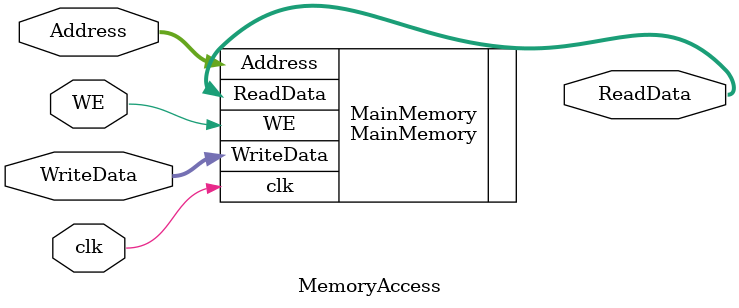
<source format=v>
`timescale 1ns / 1ps


module MemoryAccess(
    input clk,WE,
    input [31:0]Address,WriteData,
    output [31:0]ReadData
    );
    MainMemory MainMemory(
                        .clk(clk),
                        .WE(WE),
                        .WriteData(WriteData),
                        .Address(Address),
                        .ReadData(ReadData)
    );
endmodule

</source>
